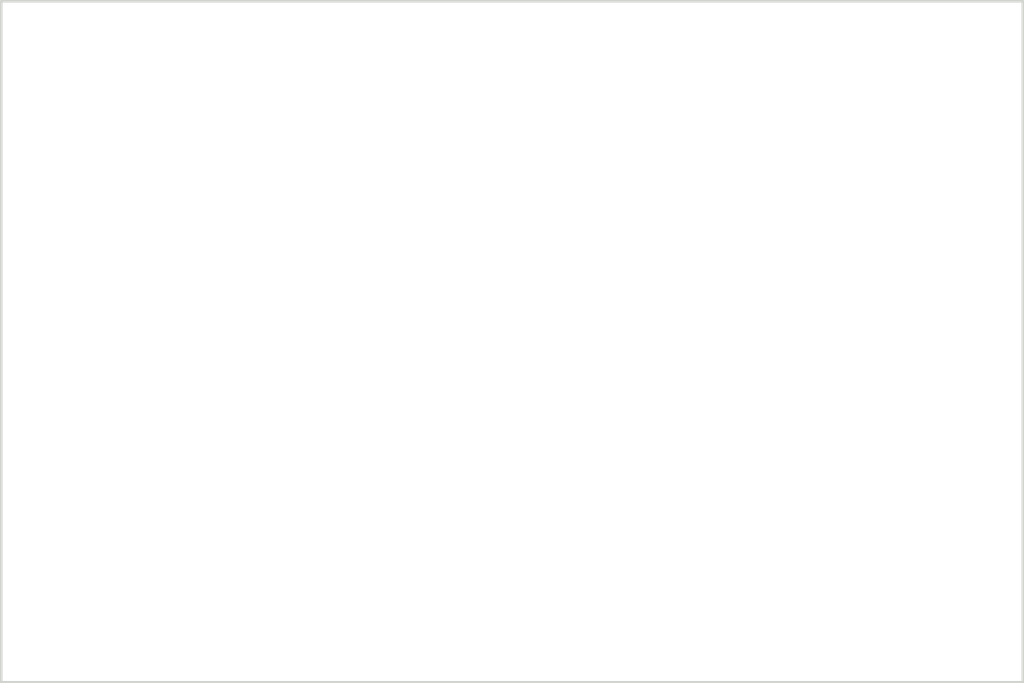
<source format=kicad_pcb>
(kicad_pcb (version 4) (generator "tiny-pet")
  (general
    (thickness 1.6)
    (legacy_teardrops no)
  )
  (paper "A4")
  (layers
    (0 "F.Cu" signal)
    (31 "B.Cu" signal)
    (32 "B.Adhes" user "B.Adhesive")
    (33 "F.Adhes" user "F.Adhesive")
    (34 "B.Paste" user)
    (35 "F.Paste" user)
    (36 "B.SilkS" user "B.Silkscreen")
    (37 "F.SilkS" user "F.Silkscreen")
    (38 "B.Mask" user)
    (39 "F.Mask" user)
    (40 "Dwgs.User" user "User.Drawings")
    (41 "Cmts.User" user "User.Comments")
    (42 "Eco1.User" user "User.Eco1")
    (43 "Eco2.User" user "User.Eco2")
    (44 "Edge.Cuts" user "Margin")
    (45 "Margin" user)
    (46 "B.CrtYd" user "B.Courtyard")
    (47 "F.CrtYd" user "F.Courtyard")
    (48 "B.Fab" user)
    (49 "F.Fab" user)
  )
  (setup
    (stackup
      (layer "F.Cu" (type signal) (thickness 0.035))
      (layer "B.Cu" (type signal) (thickness 0.035))
    )
    (pad_to_mask_clearance 0.1)
    (allow_soldermask_bridges_in_footprints no)
    (pcbplotparams
      (layerselection 0x00010fc_ffffffff)
      (disableapertmacros no)
      (usegerberextensions yes)
      (usegerberattributes yes)
      (usegerberadvancedattributes yes)
      (creategerberjobfile yes)
      (dashed_line_dash_ratio 12.000000)
      (dashed_line_gap_ratio 3.000000)
      (svgprecision 4)
      (plot_on_all_layers_selection 0x0000000_ffffffff)
      (exclude_pads_from_silkscreen no)
      (linewidth 0.100000)
      (plot_sheet_reference no)
      (plot_frame_ref no)
      (viasonmask no)
      (mode 1)
      (useauxorigin no)
      (hpglpennumber 1)
      (hpglpenspeed 20)
      (hpglpendiameter 15.000000)
      (pdf_front_fp_property_popups yes)
      (pdf_back_fp_property_popups yes)
      (dxfpolygonmode no)
      (dxfimperialunits yes)
      (dxfusepcbnewfont yes)
      (psnegative no)
      (psa4output no)
      (plotreference yes)
      (plotvalue yes)
      (plotfptext yes)
      (plotinvisibletext no)
      (sketchpadsonfab no)
      (subtractmaskfromsilk no)
      (outputformat 1)
      (mirror no)
      (drillshape 1)
      (scaleselection 1)
      (outputdirectory "")
    )
  )
  (net 0 "")
  (net 1 "BAT+")
  (net 2 "GND")
  (net 3 "P+")
  (net 4 "5V")
  (net 5 "3.3V")
  (gr_line (start 20 20) (end 80 20) (width 0.15) (layer Edge.Cuts) (uuid e1000001-0001-4001-8001-000000000001))
  (gr_line (start 80 20) (end 80 60) (width 0.15) (layer Edge.Cuts) (uuid e1000002-0001-4001-8001-000000000002))
  (gr_line (start 80 60) (end 20 60) (width 0.15) (layer Edge.Cuts) (uuid e1000003-0001-4001-8001-000000000003))
  (gr_line (start 20 60) (end 20 20) (width 0.15) (layer Edge.Cuts) (uuid e1000004-0001-4001-8001-000000000004))
)

</source>
